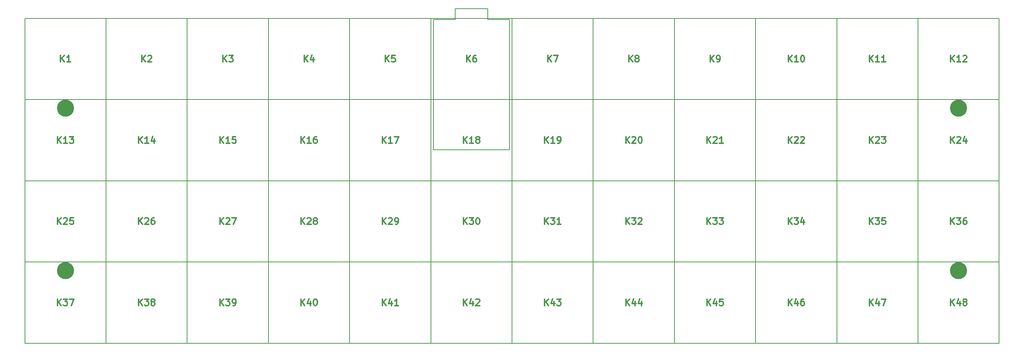
<source format=gto>
%TF.GenerationSoftware,KiCad,Pcbnew,6.0.3-a3aad9c10e~116~ubuntu21.10.1*%
%TF.CreationDate,2022-03-19T20:14:59+00:00*%
%TF.ProjectId,PCB,5043422e-6b69-4636-9164-5f7063625858,rev?*%
%TF.SameCoordinates,Original*%
%TF.FileFunction,Legend,Top*%
%TF.FilePolarity,Positive*%
%FSLAX46Y46*%
G04 Gerber Fmt 4.6, Leading zero omitted, Abs format (unit mm)*
G04 Created by KiCad (PCBNEW 6.0.3-a3aad9c10e~116~ubuntu21.10.1) date 2022-03-19 20:14:59*
%MOMM*%
%LPD*%
G01*
G04 APERTURE LIST*
%ADD10C,0.300000*%
%ADD11C,0.200000*%
%ADD12C,0.150000*%
%ADD13C,4.000000*%
G04 APERTURE END LIST*
D10*
%TO.C,K2*%
X63895142Y-71629428D02*
X63895142Y-70105428D01*
X64766000Y-71629428D02*
X64112857Y-70758571D01*
X64766000Y-70105428D02*
X63895142Y-70976285D01*
X65346571Y-70250571D02*
X65419142Y-70178000D01*
X65564285Y-70105428D01*
X65927142Y-70105428D01*
X66072285Y-70178000D01*
X66144857Y-70250571D01*
X66217428Y-70395714D01*
X66217428Y-70540857D01*
X66144857Y-70758571D01*
X65274000Y-71629428D01*
X66217428Y-71629428D01*
%TO.C,K40*%
X101169428Y-128629428D02*
X101169428Y-127105428D01*
X102040285Y-128629428D02*
X101387142Y-127758571D01*
X102040285Y-127105428D02*
X101169428Y-127976285D01*
X103346571Y-127613428D02*
X103346571Y-128629428D01*
X102983714Y-127032857D02*
X102620857Y-128121428D01*
X103564285Y-128121428D01*
X104435142Y-127105428D02*
X104580285Y-127105428D01*
X104725428Y-127178000D01*
X104798000Y-127250571D01*
X104870571Y-127395714D01*
X104943142Y-127686000D01*
X104943142Y-128048857D01*
X104870571Y-128339142D01*
X104798000Y-128484285D01*
X104725428Y-128556857D01*
X104580285Y-128629428D01*
X104435142Y-128629428D01*
X104290000Y-128556857D01*
X104217428Y-128484285D01*
X104144857Y-128339142D01*
X104072285Y-128048857D01*
X104072285Y-127686000D01*
X104144857Y-127395714D01*
X104217428Y-127250571D01*
X104290000Y-127178000D01*
X104435142Y-127105428D01*
%TO.C,K42*%
X139169428Y-128629428D02*
X139169428Y-127105428D01*
X140040285Y-128629428D02*
X139387142Y-127758571D01*
X140040285Y-127105428D02*
X139169428Y-127976285D01*
X141346571Y-127613428D02*
X141346571Y-128629428D01*
X140983714Y-127032857D02*
X140620857Y-128121428D01*
X141564285Y-128121428D01*
X142072285Y-127250571D02*
X142144857Y-127178000D01*
X142290000Y-127105428D01*
X142652857Y-127105428D01*
X142798000Y-127178000D01*
X142870571Y-127250571D01*
X142943142Y-127395714D01*
X142943142Y-127540857D01*
X142870571Y-127758571D01*
X141999714Y-128629428D01*
X142943142Y-128629428D01*
%TO.C,K35*%
X234169428Y-109629428D02*
X234169428Y-108105428D01*
X235040285Y-109629428D02*
X234387142Y-108758571D01*
X235040285Y-108105428D02*
X234169428Y-108976285D01*
X235548285Y-108105428D02*
X236491714Y-108105428D01*
X235983714Y-108686000D01*
X236201428Y-108686000D01*
X236346571Y-108758571D01*
X236419142Y-108831142D01*
X236491714Y-108976285D01*
X236491714Y-109339142D01*
X236419142Y-109484285D01*
X236346571Y-109556857D01*
X236201428Y-109629428D01*
X235766000Y-109629428D01*
X235620857Y-109556857D01*
X235548285Y-109484285D01*
X237870571Y-108105428D02*
X237144857Y-108105428D01*
X237072285Y-108831142D01*
X237144857Y-108758571D01*
X237290000Y-108686000D01*
X237652857Y-108686000D01*
X237798000Y-108758571D01*
X237870571Y-108831142D01*
X237943142Y-108976285D01*
X237943142Y-109339142D01*
X237870571Y-109484285D01*
X237798000Y-109556857D01*
X237652857Y-109629428D01*
X237290000Y-109629428D01*
X237144857Y-109556857D01*
X237072285Y-109484285D01*
%TO.C,K25*%
X44169428Y-109629428D02*
X44169428Y-108105428D01*
X45040285Y-109629428D02*
X44387142Y-108758571D01*
X45040285Y-108105428D02*
X44169428Y-108976285D01*
X45620857Y-108250571D02*
X45693428Y-108178000D01*
X45838571Y-108105428D01*
X46201428Y-108105428D01*
X46346571Y-108178000D01*
X46419142Y-108250571D01*
X46491714Y-108395714D01*
X46491714Y-108540857D01*
X46419142Y-108758571D01*
X45548285Y-109629428D01*
X46491714Y-109629428D01*
X47870571Y-108105428D02*
X47144857Y-108105428D01*
X47072285Y-108831142D01*
X47144857Y-108758571D01*
X47290000Y-108686000D01*
X47652857Y-108686000D01*
X47798000Y-108758571D01*
X47870571Y-108831142D01*
X47943142Y-108976285D01*
X47943142Y-109339142D01*
X47870571Y-109484285D01*
X47798000Y-109556857D01*
X47652857Y-109629428D01*
X47290000Y-109629428D01*
X47144857Y-109556857D01*
X47072285Y-109484285D01*
%TO.C,K32*%
X177169428Y-109629428D02*
X177169428Y-108105428D01*
X178040285Y-109629428D02*
X177387142Y-108758571D01*
X178040285Y-108105428D02*
X177169428Y-108976285D01*
X178548285Y-108105428D02*
X179491714Y-108105428D01*
X178983714Y-108686000D01*
X179201428Y-108686000D01*
X179346571Y-108758571D01*
X179419142Y-108831142D01*
X179491714Y-108976285D01*
X179491714Y-109339142D01*
X179419142Y-109484285D01*
X179346571Y-109556857D01*
X179201428Y-109629428D01*
X178766000Y-109629428D01*
X178620857Y-109556857D01*
X178548285Y-109484285D01*
X180072285Y-108250571D02*
X180144857Y-108178000D01*
X180290000Y-108105428D01*
X180652857Y-108105428D01*
X180798000Y-108178000D01*
X180870571Y-108250571D01*
X180943142Y-108395714D01*
X180943142Y-108540857D01*
X180870571Y-108758571D01*
X179999714Y-109629428D01*
X180943142Y-109629428D01*
%TO.C,K27*%
X82169428Y-109629428D02*
X82169428Y-108105428D01*
X83040285Y-109629428D02*
X82387142Y-108758571D01*
X83040285Y-108105428D02*
X82169428Y-108976285D01*
X83620857Y-108250571D02*
X83693428Y-108178000D01*
X83838571Y-108105428D01*
X84201428Y-108105428D01*
X84346571Y-108178000D01*
X84419142Y-108250571D01*
X84491714Y-108395714D01*
X84491714Y-108540857D01*
X84419142Y-108758571D01*
X83548285Y-109629428D01*
X84491714Y-109629428D01*
X84999714Y-108105428D02*
X86015714Y-108105428D01*
X85362571Y-109629428D01*
%TO.C,K12*%
X253169428Y-71629428D02*
X253169428Y-70105428D01*
X254040285Y-71629428D02*
X253387142Y-70758571D01*
X254040285Y-70105428D02*
X253169428Y-70976285D01*
X255491714Y-71629428D02*
X254620857Y-71629428D01*
X255056285Y-71629428D02*
X255056285Y-70105428D01*
X254911142Y-70323142D01*
X254766000Y-70468285D01*
X254620857Y-70540857D01*
X256072285Y-70250571D02*
X256144857Y-70178000D01*
X256290000Y-70105428D01*
X256652857Y-70105428D01*
X256798000Y-70178000D01*
X256870571Y-70250571D01*
X256943142Y-70395714D01*
X256943142Y-70540857D01*
X256870571Y-70758571D01*
X255999714Y-71629428D01*
X256943142Y-71629428D01*
%TO.C,K5*%
X120895142Y-71629428D02*
X120895142Y-70105428D01*
X121766000Y-71629428D02*
X121112857Y-70758571D01*
X121766000Y-70105428D02*
X120895142Y-70976285D01*
X123144857Y-70105428D02*
X122419142Y-70105428D01*
X122346571Y-70831142D01*
X122419142Y-70758571D01*
X122564285Y-70686000D01*
X122927142Y-70686000D01*
X123072285Y-70758571D01*
X123144857Y-70831142D01*
X123217428Y-70976285D01*
X123217428Y-71339142D01*
X123144857Y-71484285D01*
X123072285Y-71556857D01*
X122927142Y-71629428D01*
X122564285Y-71629428D01*
X122419142Y-71556857D01*
X122346571Y-71484285D01*
%TO.C,K7*%
X158895142Y-71629428D02*
X158895142Y-70105428D01*
X159766000Y-71629428D02*
X159112857Y-70758571D01*
X159766000Y-70105428D02*
X158895142Y-70976285D01*
X160274000Y-70105428D02*
X161290000Y-70105428D01*
X160636857Y-71629428D01*
%TO.C,K17*%
X120169428Y-90629428D02*
X120169428Y-89105428D01*
X121040285Y-90629428D02*
X120387142Y-89758571D01*
X121040285Y-89105428D02*
X120169428Y-89976285D01*
X122491714Y-90629428D02*
X121620857Y-90629428D01*
X122056285Y-90629428D02*
X122056285Y-89105428D01*
X121911142Y-89323142D01*
X121766000Y-89468285D01*
X121620857Y-89540857D01*
X122999714Y-89105428D02*
X124015714Y-89105428D01*
X123362571Y-90629428D01*
%TO.C,K19*%
X158169428Y-90629428D02*
X158169428Y-89105428D01*
X159040285Y-90629428D02*
X158387142Y-89758571D01*
X159040285Y-89105428D02*
X158169428Y-89976285D01*
X160491714Y-90629428D02*
X159620857Y-90629428D01*
X160056285Y-90629428D02*
X160056285Y-89105428D01*
X159911142Y-89323142D01*
X159766000Y-89468285D01*
X159620857Y-89540857D01*
X161217428Y-90629428D02*
X161507714Y-90629428D01*
X161652857Y-90556857D01*
X161725428Y-90484285D01*
X161870571Y-90266571D01*
X161943142Y-89976285D01*
X161943142Y-89395714D01*
X161870571Y-89250571D01*
X161798000Y-89178000D01*
X161652857Y-89105428D01*
X161362571Y-89105428D01*
X161217428Y-89178000D01*
X161144857Y-89250571D01*
X161072285Y-89395714D01*
X161072285Y-89758571D01*
X161144857Y-89903714D01*
X161217428Y-89976285D01*
X161362571Y-90048857D01*
X161652857Y-90048857D01*
X161798000Y-89976285D01*
X161870571Y-89903714D01*
X161943142Y-89758571D01*
%TO.C,K4*%
X101895142Y-71629428D02*
X101895142Y-70105428D01*
X102766000Y-71629428D02*
X102112857Y-70758571D01*
X102766000Y-70105428D02*
X101895142Y-70976285D01*
X104072285Y-70613428D02*
X104072285Y-71629428D01*
X103709428Y-70032857D02*
X103346571Y-71121428D01*
X104290000Y-71121428D01*
%TO.C,K23*%
X234169428Y-90629428D02*
X234169428Y-89105428D01*
X235040285Y-90629428D02*
X234387142Y-89758571D01*
X235040285Y-89105428D02*
X234169428Y-89976285D01*
X235620857Y-89250571D02*
X235693428Y-89178000D01*
X235838571Y-89105428D01*
X236201428Y-89105428D01*
X236346571Y-89178000D01*
X236419142Y-89250571D01*
X236491714Y-89395714D01*
X236491714Y-89540857D01*
X236419142Y-89758571D01*
X235548285Y-90629428D01*
X236491714Y-90629428D01*
X236999714Y-89105428D02*
X237943142Y-89105428D01*
X237435142Y-89686000D01*
X237652857Y-89686000D01*
X237798000Y-89758571D01*
X237870571Y-89831142D01*
X237943142Y-89976285D01*
X237943142Y-90339142D01*
X237870571Y-90484285D01*
X237798000Y-90556857D01*
X237652857Y-90629428D01*
X237217428Y-90629428D01*
X237072285Y-90556857D01*
X236999714Y-90484285D01*
%TO.C,K43*%
X158169428Y-128629428D02*
X158169428Y-127105428D01*
X159040285Y-128629428D02*
X158387142Y-127758571D01*
X159040285Y-127105428D02*
X158169428Y-127976285D01*
X160346571Y-127613428D02*
X160346571Y-128629428D01*
X159983714Y-127032857D02*
X159620857Y-128121428D01*
X160564285Y-128121428D01*
X160999714Y-127105428D02*
X161943142Y-127105428D01*
X161435142Y-127686000D01*
X161652857Y-127686000D01*
X161798000Y-127758571D01*
X161870571Y-127831142D01*
X161943142Y-127976285D01*
X161943142Y-128339142D01*
X161870571Y-128484285D01*
X161798000Y-128556857D01*
X161652857Y-128629428D01*
X161217428Y-128629428D01*
X161072285Y-128556857D01*
X160999714Y-128484285D01*
%TO.C,K10*%
X215169428Y-71629428D02*
X215169428Y-70105428D01*
X216040285Y-71629428D02*
X215387142Y-70758571D01*
X216040285Y-70105428D02*
X215169428Y-70976285D01*
X217491714Y-71629428D02*
X216620857Y-71629428D01*
X217056285Y-71629428D02*
X217056285Y-70105428D01*
X216911142Y-70323142D01*
X216766000Y-70468285D01*
X216620857Y-70540857D01*
X218435142Y-70105428D02*
X218580285Y-70105428D01*
X218725428Y-70178000D01*
X218798000Y-70250571D01*
X218870571Y-70395714D01*
X218943142Y-70686000D01*
X218943142Y-71048857D01*
X218870571Y-71339142D01*
X218798000Y-71484285D01*
X218725428Y-71556857D01*
X218580285Y-71629428D01*
X218435142Y-71629428D01*
X218290000Y-71556857D01*
X218217428Y-71484285D01*
X218144857Y-71339142D01*
X218072285Y-71048857D01*
X218072285Y-70686000D01*
X218144857Y-70395714D01*
X218217428Y-70250571D01*
X218290000Y-70178000D01*
X218435142Y-70105428D01*
%TO.C,K1*%
X44895142Y-71629428D02*
X44895142Y-70105428D01*
X45766000Y-71629428D02*
X45112857Y-70758571D01*
X45766000Y-70105428D02*
X44895142Y-70976285D01*
X47217428Y-71629428D02*
X46346571Y-71629428D01*
X46782000Y-71629428D02*
X46782000Y-70105428D01*
X46636857Y-70323142D01*
X46491714Y-70468285D01*
X46346571Y-70540857D01*
%TO.C,K44*%
X177169428Y-128629428D02*
X177169428Y-127105428D01*
X178040285Y-128629428D02*
X177387142Y-127758571D01*
X178040285Y-127105428D02*
X177169428Y-127976285D01*
X179346571Y-127613428D02*
X179346571Y-128629428D01*
X178983714Y-127032857D02*
X178620857Y-128121428D01*
X179564285Y-128121428D01*
X180798000Y-127613428D02*
X180798000Y-128629428D01*
X180435142Y-127032857D02*
X180072285Y-128121428D01*
X181015714Y-128121428D01*
%TO.C,K18*%
X139169428Y-90629428D02*
X139169428Y-89105428D01*
X140040285Y-90629428D02*
X139387142Y-89758571D01*
X140040285Y-89105428D02*
X139169428Y-89976285D01*
X141491714Y-90629428D02*
X140620857Y-90629428D01*
X141056285Y-90629428D02*
X141056285Y-89105428D01*
X140911142Y-89323142D01*
X140766000Y-89468285D01*
X140620857Y-89540857D01*
X142362571Y-89758571D02*
X142217428Y-89686000D01*
X142144857Y-89613428D01*
X142072285Y-89468285D01*
X142072285Y-89395714D01*
X142144857Y-89250571D01*
X142217428Y-89178000D01*
X142362571Y-89105428D01*
X142652857Y-89105428D01*
X142798000Y-89178000D01*
X142870571Y-89250571D01*
X142943142Y-89395714D01*
X142943142Y-89468285D01*
X142870571Y-89613428D01*
X142798000Y-89686000D01*
X142652857Y-89758571D01*
X142362571Y-89758571D01*
X142217428Y-89831142D01*
X142144857Y-89903714D01*
X142072285Y-90048857D01*
X142072285Y-90339142D01*
X142144857Y-90484285D01*
X142217428Y-90556857D01*
X142362571Y-90629428D01*
X142652857Y-90629428D01*
X142798000Y-90556857D01*
X142870571Y-90484285D01*
X142943142Y-90339142D01*
X142943142Y-90048857D01*
X142870571Y-89903714D01*
X142798000Y-89831142D01*
X142652857Y-89758571D01*
%TO.C,K24*%
X253169428Y-90629428D02*
X253169428Y-89105428D01*
X254040285Y-90629428D02*
X253387142Y-89758571D01*
X254040285Y-89105428D02*
X253169428Y-89976285D01*
X254620857Y-89250571D02*
X254693428Y-89178000D01*
X254838571Y-89105428D01*
X255201428Y-89105428D01*
X255346571Y-89178000D01*
X255419142Y-89250571D01*
X255491714Y-89395714D01*
X255491714Y-89540857D01*
X255419142Y-89758571D01*
X254548285Y-90629428D01*
X255491714Y-90629428D01*
X256798000Y-89613428D02*
X256798000Y-90629428D01*
X256435142Y-89032857D02*
X256072285Y-90121428D01*
X257015714Y-90121428D01*
%TO.C,K22*%
X215169428Y-90629428D02*
X215169428Y-89105428D01*
X216040285Y-90629428D02*
X215387142Y-89758571D01*
X216040285Y-89105428D02*
X215169428Y-89976285D01*
X216620857Y-89250571D02*
X216693428Y-89178000D01*
X216838571Y-89105428D01*
X217201428Y-89105428D01*
X217346571Y-89178000D01*
X217419142Y-89250571D01*
X217491714Y-89395714D01*
X217491714Y-89540857D01*
X217419142Y-89758571D01*
X216548285Y-90629428D01*
X217491714Y-90629428D01*
X218072285Y-89250571D02*
X218144857Y-89178000D01*
X218290000Y-89105428D01*
X218652857Y-89105428D01*
X218798000Y-89178000D01*
X218870571Y-89250571D01*
X218943142Y-89395714D01*
X218943142Y-89540857D01*
X218870571Y-89758571D01*
X217999714Y-90629428D01*
X218943142Y-90629428D01*
%TO.C,K46*%
X215169428Y-128629428D02*
X215169428Y-127105428D01*
X216040285Y-128629428D02*
X215387142Y-127758571D01*
X216040285Y-127105428D02*
X215169428Y-127976285D01*
X217346571Y-127613428D02*
X217346571Y-128629428D01*
X216983714Y-127032857D02*
X216620857Y-128121428D01*
X217564285Y-128121428D01*
X218798000Y-127105428D02*
X218507714Y-127105428D01*
X218362571Y-127178000D01*
X218290000Y-127250571D01*
X218144857Y-127468285D01*
X218072285Y-127758571D01*
X218072285Y-128339142D01*
X218144857Y-128484285D01*
X218217428Y-128556857D01*
X218362571Y-128629428D01*
X218652857Y-128629428D01*
X218798000Y-128556857D01*
X218870571Y-128484285D01*
X218943142Y-128339142D01*
X218943142Y-127976285D01*
X218870571Y-127831142D01*
X218798000Y-127758571D01*
X218652857Y-127686000D01*
X218362571Y-127686000D01*
X218217428Y-127758571D01*
X218144857Y-127831142D01*
X218072285Y-127976285D01*
%TO.C,K28*%
X101169428Y-109629428D02*
X101169428Y-108105428D01*
X102040285Y-109629428D02*
X101387142Y-108758571D01*
X102040285Y-108105428D02*
X101169428Y-108976285D01*
X102620857Y-108250571D02*
X102693428Y-108178000D01*
X102838571Y-108105428D01*
X103201428Y-108105428D01*
X103346571Y-108178000D01*
X103419142Y-108250571D01*
X103491714Y-108395714D01*
X103491714Y-108540857D01*
X103419142Y-108758571D01*
X102548285Y-109629428D01*
X103491714Y-109629428D01*
X104362571Y-108758571D02*
X104217428Y-108686000D01*
X104144857Y-108613428D01*
X104072285Y-108468285D01*
X104072285Y-108395714D01*
X104144857Y-108250571D01*
X104217428Y-108178000D01*
X104362571Y-108105428D01*
X104652857Y-108105428D01*
X104798000Y-108178000D01*
X104870571Y-108250571D01*
X104943142Y-108395714D01*
X104943142Y-108468285D01*
X104870571Y-108613428D01*
X104798000Y-108686000D01*
X104652857Y-108758571D01*
X104362571Y-108758571D01*
X104217428Y-108831142D01*
X104144857Y-108903714D01*
X104072285Y-109048857D01*
X104072285Y-109339142D01*
X104144857Y-109484285D01*
X104217428Y-109556857D01*
X104362571Y-109629428D01*
X104652857Y-109629428D01*
X104798000Y-109556857D01*
X104870571Y-109484285D01*
X104943142Y-109339142D01*
X104943142Y-109048857D01*
X104870571Y-108903714D01*
X104798000Y-108831142D01*
X104652857Y-108758571D01*
%TO.C,K3*%
X82895142Y-71629428D02*
X82895142Y-70105428D01*
X83766000Y-71629428D02*
X83112857Y-70758571D01*
X83766000Y-70105428D02*
X82895142Y-70976285D01*
X84274000Y-70105428D02*
X85217428Y-70105428D01*
X84709428Y-70686000D01*
X84927142Y-70686000D01*
X85072285Y-70758571D01*
X85144857Y-70831142D01*
X85217428Y-70976285D01*
X85217428Y-71339142D01*
X85144857Y-71484285D01*
X85072285Y-71556857D01*
X84927142Y-71629428D01*
X84491714Y-71629428D01*
X84346571Y-71556857D01*
X84274000Y-71484285D01*
%TO.C,K9*%
X196895142Y-71629428D02*
X196895142Y-70105428D01*
X197766000Y-71629428D02*
X197112857Y-70758571D01*
X197766000Y-70105428D02*
X196895142Y-70976285D01*
X198491714Y-71629428D02*
X198782000Y-71629428D01*
X198927142Y-71556857D01*
X198999714Y-71484285D01*
X199144857Y-71266571D01*
X199217428Y-70976285D01*
X199217428Y-70395714D01*
X199144857Y-70250571D01*
X199072285Y-70178000D01*
X198927142Y-70105428D01*
X198636857Y-70105428D01*
X198491714Y-70178000D01*
X198419142Y-70250571D01*
X198346571Y-70395714D01*
X198346571Y-70758571D01*
X198419142Y-70903714D01*
X198491714Y-70976285D01*
X198636857Y-71048857D01*
X198927142Y-71048857D01*
X199072285Y-70976285D01*
X199144857Y-70903714D01*
X199217428Y-70758571D01*
%TO.C,K8*%
X177895142Y-71629428D02*
X177895142Y-70105428D01*
X178766000Y-71629428D02*
X178112857Y-70758571D01*
X178766000Y-70105428D02*
X177895142Y-70976285D01*
X179636857Y-70758571D02*
X179491714Y-70686000D01*
X179419142Y-70613428D01*
X179346571Y-70468285D01*
X179346571Y-70395714D01*
X179419142Y-70250571D01*
X179491714Y-70178000D01*
X179636857Y-70105428D01*
X179927142Y-70105428D01*
X180072285Y-70178000D01*
X180144857Y-70250571D01*
X180217428Y-70395714D01*
X180217428Y-70468285D01*
X180144857Y-70613428D01*
X180072285Y-70686000D01*
X179927142Y-70758571D01*
X179636857Y-70758571D01*
X179491714Y-70831142D01*
X179419142Y-70903714D01*
X179346571Y-71048857D01*
X179346571Y-71339142D01*
X179419142Y-71484285D01*
X179491714Y-71556857D01*
X179636857Y-71629428D01*
X179927142Y-71629428D01*
X180072285Y-71556857D01*
X180144857Y-71484285D01*
X180217428Y-71339142D01*
X180217428Y-71048857D01*
X180144857Y-70903714D01*
X180072285Y-70831142D01*
X179927142Y-70758571D01*
%TO.C,K21*%
X196169428Y-90629428D02*
X196169428Y-89105428D01*
X197040285Y-90629428D02*
X196387142Y-89758571D01*
X197040285Y-89105428D02*
X196169428Y-89976285D01*
X197620857Y-89250571D02*
X197693428Y-89178000D01*
X197838571Y-89105428D01*
X198201428Y-89105428D01*
X198346571Y-89178000D01*
X198419142Y-89250571D01*
X198491714Y-89395714D01*
X198491714Y-89540857D01*
X198419142Y-89758571D01*
X197548285Y-90629428D01*
X198491714Y-90629428D01*
X199943142Y-90629428D02*
X199072285Y-90629428D01*
X199507714Y-90629428D02*
X199507714Y-89105428D01*
X199362571Y-89323142D01*
X199217428Y-89468285D01*
X199072285Y-89540857D01*
%TO.C,K29*%
X120169428Y-109629428D02*
X120169428Y-108105428D01*
X121040285Y-109629428D02*
X120387142Y-108758571D01*
X121040285Y-108105428D02*
X120169428Y-108976285D01*
X121620857Y-108250571D02*
X121693428Y-108178000D01*
X121838571Y-108105428D01*
X122201428Y-108105428D01*
X122346571Y-108178000D01*
X122419142Y-108250571D01*
X122491714Y-108395714D01*
X122491714Y-108540857D01*
X122419142Y-108758571D01*
X121548285Y-109629428D01*
X122491714Y-109629428D01*
X123217428Y-109629428D02*
X123507714Y-109629428D01*
X123652857Y-109556857D01*
X123725428Y-109484285D01*
X123870571Y-109266571D01*
X123943142Y-108976285D01*
X123943142Y-108395714D01*
X123870571Y-108250571D01*
X123798000Y-108178000D01*
X123652857Y-108105428D01*
X123362571Y-108105428D01*
X123217428Y-108178000D01*
X123144857Y-108250571D01*
X123072285Y-108395714D01*
X123072285Y-108758571D01*
X123144857Y-108903714D01*
X123217428Y-108976285D01*
X123362571Y-109048857D01*
X123652857Y-109048857D01*
X123798000Y-108976285D01*
X123870571Y-108903714D01*
X123943142Y-108758571D01*
%TO.C,K14*%
X63169428Y-90629428D02*
X63169428Y-89105428D01*
X64040285Y-90629428D02*
X63387142Y-89758571D01*
X64040285Y-89105428D02*
X63169428Y-89976285D01*
X65491714Y-90629428D02*
X64620857Y-90629428D01*
X65056285Y-90629428D02*
X65056285Y-89105428D01*
X64911142Y-89323142D01*
X64766000Y-89468285D01*
X64620857Y-89540857D01*
X66798000Y-89613428D02*
X66798000Y-90629428D01*
X66435142Y-89032857D02*
X66072285Y-90121428D01*
X67015714Y-90121428D01*
%TO.C,K39*%
X82169428Y-128629428D02*
X82169428Y-127105428D01*
X83040285Y-128629428D02*
X82387142Y-127758571D01*
X83040285Y-127105428D02*
X82169428Y-127976285D01*
X83548285Y-127105428D02*
X84491714Y-127105428D01*
X83983714Y-127686000D01*
X84201428Y-127686000D01*
X84346571Y-127758571D01*
X84419142Y-127831142D01*
X84491714Y-127976285D01*
X84491714Y-128339142D01*
X84419142Y-128484285D01*
X84346571Y-128556857D01*
X84201428Y-128629428D01*
X83766000Y-128629428D01*
X83620857Y-128556857D01*
X83548285Y-128484285D01*
X85217428Y-128629428D02*
X85507714Y-128629428D01*
X85652857Y-128556857D01*
X85725428Y-128484285D01*
X85870571Y-128266571D01*
X85943142Y-127976285D01*
X85943142Y-127395714D01*
X85870571Y-127250571D01*
X85798000Y-127178000D01*
X85652857Y-127105428D01*
X85362571Y-127105428D01*
X85217428Y-127178000D01*
X85144857Y-127250571D01*
X85072285Y-127395714D01*
X85072285Y-127758571D01*
X85144857Y-127903714D01*
X85217428Y-127976285D01*
X85362571Y-128048857D01*
X85652857Y-128048857D01*
X85798000Y-127976285D01*
X85870571Y-127903714D01*
X85943142Y-127758571D01*
%TO.C,K6*%
X139895142Y-71629428D02*
X139895142Y-70105428D01*
X140766000Y-71629428D02*
X140112857Y-70758571D01*
X140766000Y-70105428D02*
X139895142Y-70976285D01*
X142072285Y-70105428D02*
X141782000Y-70105428D01*
X141636857Y-70178000D01*
X141564285Y-70250571D01*
X141419142Y-70468285D01*
X141346571Y-70758571D01*
X141346571Y-71339142D01*
X141419142Y-71484285D01*
X141491714Y-71556857D01*
X141636857Y-71629428D01*
X141927142Y-71629428D01*
X142072285Y-71556857D01*
X142144857Y-71484285D01*
X142217428Y-71339142D01*
X142217428Y-70976285D01*
X142144857Y-70831142D01*
X142072285Y-70758571D01*
X141927142Y-70686000D01*
X141636857Y-70686000D01*
X141491714Y-70758571D01*
X141419142Y-70831142D01*
X141346571Y-70976285D01*
%TO.C,K45*%
X196169428Y-128629428D02*
X196169428Y-127105428D01*
X197040285Y-128629428D02*
X196387142Y-127758571D01*
X197040285Y-127105428D02*
X196169428Y-127976285D01*
X198346571Y-127613428D02*
X198346571Y-128629428D01*
X197983714Y-127032857D02*
X197620857Y-128121428D01*
X198564285Y-128121428D01*
X199870571Y-127105428D02*
X199144857Y-127105428D01*
X199072285Y-127831142D01*
X199144857Y-127758571D01*
X199290000Y-127686000D01*
X199652857Y-127686000D01*
X199798000Y-127758571D01*
X199870571Y-127831142D01*
X199943142Y-127976285D01*
X199943142Y-128339142D01*
X199870571Y-128484285D01*
X199798000Y-128556857D01*
X199652857Y-128629428D01*
X199290000Y-128629428D01*
X199144857Y-128556857D01*
X199072285Y-128484285D01*
%TO.C,K31*%
X158169428Y-109629428D02*
X158169428Y-108105428D01*
X159040285Y-109629428D02*
X158387142Y-108758571D01*
X159040285Y-108105428D02*
X158169428Y-108976285D01*
X159548285Y-108105428D02*
X160491714Y-108105428D01*
X159983714Y-108686000D01*
X160201428Y-108686000D01*
X160346571Y-108758571D01*
X160419142Y-108831142D01*
X160491714Y-108976285D01*
X160491714Y-109339142D01*
X160419142Y-109484285D01*
X160346571Y-109556857D01*
X160201428Y-109629428D01*
X159766000Y-109629428D01*
X159620857Y-109556857D01*
X159548285Y-109484285D01*
X161943142Y-109629428D02*
X161072285Y-109629428D01*
X161507714Y-109629428D02*
X161507714Y-108105428D01*
X161362571Y-108323142D01*
X161217428Y-108468285D01*
X161072285Y-108540857D01*
%TO.C,K26*%
X63169428Y-109629428D02*
X63169428Y-108105428D01*
X64040285Y-109629428D02*
X63387142Y-108758571D01*
X64040285Y-108105428D02*
X63169428Y-108976285D01*
X64620857Y-108250571D02*
X64693428Y-108178000D01*
X64838571Y-108105428D01*
X65201428Y-108105428D01*
X65346571Y-108178000D01*
X65419142Y-108250571D01*
X65491714Y-108395714D01*
X65491714Y-108540857D01*
X65419142Y-108758571D01*
X64548285Y-109629428D01*
X65491714Y-109629428D01*
X66798000Y-108105428D02*
X66507714Y-108105428D01*
X66362571Y-108178000D01*
X66290000Y-108250571D01*
X66144857Y-108468285D01*
X66072285Y-108758571D01*
X66072285Y-109339142D01*
X66144857Y-109484285D01*
X66217428Y-109556857D01*
X66362571Y-109629428D01*
X66652857Y-109629428D01*
X66798000Y-109556857D01*
X66870571Y-109484285D01*
X66943142Y-109339142D01*
X66943142Y-108976285D01*
X66870571Y-108831142D01*
X66798000Y-108758571D01*
X66652857Y-108686000D01*
X66362571Y-108686000D01*
X66217428Y-108758571D01*
X66144857Y-108831142D01*
X66072285Y-108976285D01*
%TO.C,K15*%
X82169428Y-90629428D02*
X82169428Y-89105428D01*
X83040285Y-90629428D02*
X82387142Y-89758571D01*
X83040285Y-89105428D02*
X82169428Y-89976285D01*
X84491714Y-90629428D02*
X83620857Y-90629428D01*
X84056285Y-90629428D02*
X84056285Y-89105428D01*
X83911142Y-89323142D01*
X83766000Y-89468285D01*
X83620857Y-89540857D01*
X85870571Y-89105428D02*
X85144857Y-89105428D01*
X85072285Y-89831142D01*
X85144857Y-89758571D01*
X85290000Y-89686000D01*
X85652857Y-89686000D01*
X85798000Y-89758571D01*
X85870571Y-89831142D01*
X85943142Y-89976285D01*
X85943142Y-90339142D01*
X85870571Y-90484285D01*
X85798000Y-90556857D01*
X85652857Y-90629428D01*
X85290000Y-90629428D01*
X85144857Y-90556857D01*
X85072285Y-90484285D01*
%TO.C,K36*%
X253169428Y-109629428D02*
X253169428Y-108105428D01*
X254040285Y-109629428D02*
X253387142Y-108758571D01*
X254040285Y-108105428D02*
X253169428Y-108976285D01*
X254548285Y-108105428D02*
X255491714Y-108105428D01*
X254983714Y-108686000D01*
X255201428Y-108686000D01*
X255346571Y-108758571D01*
X255419142Y-108831142D01*
X255491714Y-108976285D01*
X255491714Y-109339142D01*
X255419142Y-109484285D01*
X255346571Y-109556857D01*
X255201428Y-109629428D01*
X254766000Y-109629428D01*
X254620857Y-109556857D01*
X254548285Y-109484285D01*
X256798000Y-108105428D02*
X256507714Y-108105428D01*
X256362571Y-108178000D01*
X256290000Y-108250571D01*
X256144857Y-108468285D01*
X256072285Y-108758571D01*
X256072285Y-109339142D01*
X256144857Y-109484285D01*
X256217428Y-109556857D01*
X256362571Y-109629428D01*
X256652857Y-109629428D01*
X256798000Y-109556857D01*
X256870571Y-109484285D01*
X256943142Y-109339142D01*
X256943142Y-108976285D01*
X256870571Y-108831142D01*
X256798000Y-108758571D01*
X256652857Y-108686000D01*
X256362571Y-108686000D01*
X256217428Y-108758571D01*
X256144857Y-108831142D01*
X256072285Y-108976285D01*
%TO.C,K30*%
X139169428Y-109629428D02*
X139169428Y-108105428D01*
X140040285Y-109629428D02*
X139387142Y-108758571D01*
X140040285Y-108105428D02*
X139169428Y-108976285D01*
X140548285Y-108105428D02*
X141491714Y-108105428D01*
X140983714Y-108686000D01*
X141201428Y-108686000D01*
X141346571Y-108758571D01*
X141419142Y-108831142D01*
X141491714Y-108976285D01*
X141491714Y-109339142D01*
X141419142Y-109484285D01*
X141346571Y-109556857D01*
X141201428Y-109629428D01*
X140766000Y-109629428D01*
X140620857Y-109556857D01*
X140548285Y-109484285D01*
X142435142Y-108105428D02*
X142580285Y-108105428D01*
X142725428Y-108178000D01*
X142798000Y-108250571D01*
X142870571Y-108395714D01*
X142943142Y-108686000D01*
X142943142Y-109048857D01*
X142870571Y-109339142D01*
X142798000Y-109484285D01*
X142725428Y-109556857D01*
X142580285Y-109629428D01*
X142435142Y-109629428D01*
X142290000Y-109556857D01*
X142217428Y-109484285D01*
X142144857Y-109339142D01*
X142072285Y-109048857D01*
X142072285Y-108686000D01*
X142144857Y-108395714D01*
X142217428Y-108250571D01*
X142290000Y-108178000D01*
X142435142Y-108105428D01*
%TO.C,K34*%
X215169428Y-109629428D02*
X215169428Y-108105428D01*
X216040285Y-109629428D02*
X215387142Y-108758571D01*
X216040285Y-108105428D02*
X215169428Y-108976285D01*
X216548285Y-108105428D02*
X217491714Y-108105428D01*
X216983714Y-108686000D01*
X217201428Y-108686000D01*
X217346571Y-108758571D01*
X217419142Y-108831142D01*
X217491714Y-108976285D01*
X217491714Y-109339142D01*
X217419142Y-109484285D01*
X217346571Y-109556857D01*
X217201428Y-109629428D01*
X216766000Y-109629428D01*
X216620857Y-109556857D01*
X216548285Y-109484285D01*
X218798000Y-108613428D02*
X218798000Y-109629428D01*
X218435142Y-108032857D02*
X218072285Y-109121428D01*
X219015714Y-109121428D01*
%TO.C,K48*%
X253169428Y-128629428D02*
X253169428Y-127105428D01*
X254040285Y-128629428D02*
X253387142Y-127758571D01*
X254040285Y-127105428D02*
X253169428Y-127976285D01*
X255346571Y-127613428D02*
X255346571Y-128629428D01*
X254983714Y-127032857D02*
X254620857Y-128121428D01*
X255564285Y-128121428D01*
X256362571Y-127758571D02*
X256217428Y-127686000D01*
X256144857Y-127613428D01*
X256072285Y-127468285D01*
X256072285Y-127395714D01*
X256144857Y-127250571D01*
X256217428Y-127178000D01*
X256362571Y-127105428D01*
X256652857Y-127105428D01*
X256798000Y-127178000D01*
X256870571Y-127250571D01*
X256943142Y-127395714D01*
X256943142Y-127468285D01*
X256870571Y-127613428D01*
X256798000Y-127686000D01*
X256652857Y-127758571D01*
X256362571Y-127758571D01*
X256217428Y-127831142D01*
X256144857Y-127903714D01*
X256072285Y-128048857D01*
X256072285Y-128339142D01*
X256144857Y-128484285D01*
X256217428Y-128556857D01*
X256362571Y-128629428D01*
X256652857Y-128629428D01*
X256798000Y-128556857D01*
X256870571Y-128484285D01*
X256943142Y-128339142D01*
X256943142Y-128048857D01*
X256870571Y-127903714D01*
X256798000Y-127831142D01*
X256652857Y-127758571D01*
%TO.C,K11*%
X234169428Y-71629428D02*
X234169428Y-70105428D01*
X235040285Y-71629428D02*
X234387142Y-70758571D01*
X235040285Y-70105428D02*
X234169428Y-70976285D01*
X236491714Y-71629428D02*
X235620857Y-71629428D01*
X236056285Y-71629428D02*
X236056285Y-70105428D01*
X235911142Y-70323142D01*
X235766000Y-70468285D01*
X235620857Y-70540857D01*
X237943142Y-71629428D02*
X237072285Y-71629428D01*
X237507714Y-71629428D02*
X237507714Y-70105428D01*
X237362571Y-70323142D01*
X237217428Y-70468285D01*
X237072285Y-70540857D01*
%TO.C,K20*%
X177169428Y-90629428D02*
X177169428Y-89105428D01*
X178040285Y-90629428D02*
X177387142Y-89758571D01*
X178040285Y-89105428D02*
X177169428Y-89976285D01*
X178620857Y-89250571D02*
X178693428Y-89178000D01*
X178838571Y-89105428D01*
X179201428Y-89105428D01*
X179346571Y-89178000D01*
X179419142Y-89250571D01*
X179491714Y-89395714D01*
X179491714Y-89540857D01*
X179419142Y-89758571D01*
X178548285Y-90629428D01*
X179491714Y-90629428D01*
X180435142Y-89105428D02*
X180580285Y-89105428D01*
X180725428Y-89178000D01*
X180798000Y-89250571D01*
X180870571Y-89395714D01*
X180943142Y-89686000D01*
X180943142Y-90048857D01*
X180870571Y-90339142D01*
X180798000Y-90484285D01*
X180725428Y-90556857D01*
X180580285Y-90629428D01*
X180435142Y-90629428D01*
X180290000Y-90556857D01*
X180217428Y-90484285D01*
X180144857Y-90339142D01*
X180072285Y-90048857D01*
X180072285Y-89686000D01*
X180144857Y-89395714D01*
X180217428Y-89250571D01*
X180290000Y-89178000D01*
X180435142Y-89105428D01*
%TO.C,K33*%
X196169428Y-109629428D02*
X196169428Y-108105428D01*
X197040285Y-109629428D02*
X196387142Y-108758571D01*
X197040285Y-108105428D02*
X196169428Y-108976285D01*
X197548285Y-108105428D02*
X198491714Y-108105428D01*
X197983714Y-108686000D01*
X198201428Y-108686000D01*
X198346571Y-108758571D01*
X198419142Y-108831142D01*
X198491714Y-108976285D01*
X198491714Y-109339142D01*
X198419142Y-109484285D01*
X198346571Y-109556857D01*
X198201428Y-109629428D01*
X197766000Y-109629428D01*
X197620857Y-109556857D01*
X197548285Y-109484285D01*
X198999714Y-108105428D02*
X199943142Y-108105428D01*
X199435142Y-108686000D01*
X199652857Y-108686000D01*
X199798000Y-108758571D01*
X199870571Y-108831142D01*
X199943142Y-108976285D01*
X199943142Y-109339142D01*
X199870571Y-109484285D01*
X199798000Y-109556857D01*
X199652857Y-109629428D01*
X199217428Y-109629428D01*
X199072285Y-109556857D01*
X198999714Y-109484285D01*
%TO.C,K41*%
X120169428Y-128629428D02*
X120169428Y-127105428D01*
X121040285Y-128629428D02*
X120387142Y-127758571D01*
X121040285Y-127105428D02*
X120169428Y-127976285D01*
X122346571Y-127613428D02*
X122346571Y-128629428D01*
X121983714Y-127032857D02*
X121620857Y-128121428D01*
X122564285Y-128121428D01*
X123943142Y-128629428D02*
X123072285Y-128629428D01*
X123507714Y-128629428D02*
X123507714Y-127105428D01*
X123362571Y-127323142D01*
X123217428Y-127468285D01*
X123072285Y-127540857D01*
%TO.C,K47*%
X234169428Y-128629428D02*
X234169428Y-127105428D01*
X235040285Y-128629428D02*
X234387142Y-127758571D01*
X235040285Y-127105428D02*
X234169428Y-127976285D01*
X236346571Y-127613428D02*
X236346571Y-128629428D01*
X235983714Y-127032857D02*
X235620857Y-128121428D01*
X236564285Y-128121428D01*
X236999714Y-127105428D02*
X238015714Y-127105428D01*
X237362571Y-128629428D01*
%TO.C,K37*%
X44169428Y-128629428D02*
X44169428Y-127105428D01*
X45040285Y-128629428D02*
X44387142Y-127758571D01*
X45040285Y-127105428D02*
X44169428Y-127976285D01*
X45548285Y-127105428D02*
X46491714Y-127105428D01*
X45983714Y-127686000D01*
X46201428Y-127686000D01*
X46346571Y-127758571D01*
X46419142Y-127831142D01*
X46491714Y-127976285D01*
X46491714Y-128339142D01*
X46419142Y-128484285D01*
X46346571Y-128556857D01*
X46201428Y-128629428D01*
X45766000Y-128629428D01*
X45620857Y-128556857D01*
X45548285Y-128484285D01*
X46999714Y-127105428D02*
X48015714Y-127105428D01*
X47362571Y-128629428D01*
%TO.C,K16*%
X101169428Y-90629428D02*
X101169428Y-89105428D01*
X102040285Y-90629428D02*
X101387142Y-89758571D01*
X102040285Y-89105428D02*
X101169428Y-89976285D01*
X103491714Y-90629428D02*
X102620857Y-90629428D01*
X103056285Y-90629428D02*
X103056285Y-89105428D01*
X102911142Y-89323142D01*
X102766000Y-89468285D01*
X102620857Y-89540857D01*
X104798000Y-89105428D02*
X104507714Y-89105428D01*
X104362571Y-89178000D01*
X104290000Y-89250571D01*
X104144857Y-89468285D01*
X104072285Y-89758571D01*
X104072285Y-90339142D01*
X104144857Y-90484285D01*
X104217428Y-90556857D01*
X104362571Y-90629428D01*
X104652857Y-90629428D01*
X104798000Y-90556857D01*
X104870571Y-90484285D01*
X104943142Y-90339142D01*
X104943142Y-89976285D01*
X104870571Y-89831142D01*
X104798000Y-89758571D01*
X104652857Y-89686000D01*
X104362571Y-89686000D01*
X104217428Y-89758571D01*
X104144857Y-89831142D01*
X104072285Y-89976285D01*
%TO.C,K38*%
X63169428Y-128629428D02*
X63169428Y-127105428D01*
X64040285Y-128629428D02*
X63387142Y-127758571D01*
X64040285Y-127105428D02*
X63169428Y-127976285D01*
X64548285Y-127105428D02*
X65491714Y-127105428D01*
X64983714Y-127686000D01*
X65201428Y-127686000D01*
X65346571Y-127758571D01*
X65419142Y-127831142D01*
X65491714Y-127976285D01*
X65491714Y-128339142D01*
X65419142Y-128484285D01*
X65346571Y-128556857D01*
X65201428Y-128629428D01*
X64766000Y-128629428D01*
X64620857Y-128556857D01*
X64548285Y-128484285D01*
X66362571Y-127758571D02*
X66217428Y-127686000D01*
X66144857Y-127613428D01*
X66072285Y-127468285D01*
X66072285Y-127395714D01*
X66144857Y-127250571D01*
X66217428Y-127178000D01*
X66362571Y-127105428D01*
X66652857Y-127105428D01*
X66798000Y-127178000D01*
X66870571Y-127250571D01*
X66943142Y-127395714D01*
X66943142Y-127468285D01*
X66870571Y-127613428D01*
X66798000Y-127686000D01*
X66652857Y-127758571D01*
X66362571Y-127758571D01*
X66217428Y-127831142D01*
X66144857Y-127903714D01*
X66072285Y-128048857D01*
X66072285Y-128339142D01*
X66144857Y-128484285D01*
X66217428Y-128556857D01*
X66362571Y-128629428D01*
X66652857Y-128629428D01*
X66798000Y-128556857D01*
X66870571Y-128484285D01*
X66943142Y-128339142D01*
X66943142Y-128048857D01*
X66870571Y-127903714D01*
X66798000Y-127831142D01*
X66652857Y-127758571D01*
%TO.C,K13*%
X44169428Y-90629428D02*
X44169428Y-89105428D01*
X45040285Y-90629428D02*
X44387142Y-89758571D01*
X45040285Y-89105428D02*
X44169428Y-89976285D01*
X46491714Y-90629428D02*
X45620857Y-90629428D01*
X46056285Y-90629428D02*
X46056285Y-89105428D01*
X45911142Y-89323142D01*
X45766000Y-89468285D01*
X45620857Y-89540857D01*
X46999714Y-89105428D02*
X47943142Y-89105428D01*
X47435142Y-89686000D01*
X47652857Y-89686000D01*
X47798000Y-89758571D01*
X47870571Y-89831142D01*
X47943142Y-89976285D01*
X47943142Y-90339142D01*
X47870571Y-90484285D01*
X47798000Y-90556857D01*
X47652857Y-90629428D01*
X47217428Y-90629428D01*
X47072285Y-90556857D01*
X46999714Y-90484285D01*
D11*
%TO.C,K2*%
X55520000Y-61440000D02*
X74520000Y-61440000D01*
X74520000Y-61440000D02*
X74520000Y-80440000D01*
X74520000Y-80440000D02*
X55520000Y-80440000D01*
X55520000Y-80440000D02*
X55520000Y-61440000D01*
%TO.C,K40*%
X93520000Y-118440000D02*
X112520000Y-118440000D01*
X112520000Y-118440000D02*
X112520000Y-137440000D01*
X112520000Y-137440000D02*
X93520000Y-137440000D01*
X93520000Y-137440000D02*
X93520000Y-118440000D01*
%TO.C,K42*%
X131520000Y-118440000D02*
X150520000Y-118440000D01*
X150520000Y-118440000D02*
X150520000Y-137440000D01*
X150520000Y-137440000D02*
X131520000Y-137440000D01*
X131520000Y-137440000D02*
X131520000Y-118440000D01*
%TO.C,K35*%
X226520000Y-99440000D02*
X245520000Y-99440000D01*
X245520000Y-99440000D02*
X245520000Y-118440000D01*
X245520000Y-118440000D02*
X226520000Y-118440000D01*
X226520000Y-118440000D02*
X226520000Y-99440000D01*
%TO.C,K25*%
X36520000Y-99440000D02*
X55520000Y-99440000D01*
X55520000Y-99440000D02*
X55520000Y-118440000D01*
X55520000Y-118440000D02*
X36520000Y-118440000D01*
X36520000Y-118440000D02*
X36520000Y-99440000D01*
%TO.C,K32*%
X169520000Y-99440000D02*
X188520000Y-99440000D01*
X188520000Y-99440000D02*
X188520000Y-118440000D01*
X188520000Y-118440000D02*
X169520000Y-118440000D01*
X169520000Y-118440000D02*
X169520000Y-99440000D01*
%TO.C,K27*%
X74520000Y-99440000D02*
X93520000Y-99440000D01*
X93520000Y-99440000D02*
X93520000Y-118440000D01*
X93520000Y-118440000D02*
X74520000Y-118440000D01*
X74520000Y-118440000D02*
X74520000Y-99440000D01*
%TO.C,K12*%
X245520000Y-61440000D02*
X264520000Y-61440000D01*
X264520000Y-61440000D02*
X264520000Y-80440000D01*
X264520000Y-80440000D02*
X245520000Y-80440000D01*
X245520000Y-80440000D02*
X245520000Y-61440000D01*
%TO.C,K5*%
X112520000Y-61440000D02*
X131520000Y-61440000D01*
X131520000Y-61440000D02*
X131520000Y-80440000D01*
X131520000Y-80440000D02*
X112520000Y-80440000D01*
X112520000Y-80440000D02*
X112520000Y-61440000D01*
%TO.C,K7*%
X150520000Y-61440000D02*
X169520000Y-61440000D01*
X169520000Y-61440000D02*
X169520000Y-80440000D01*
X169520000Y-80440000D02*
X150520000Y-80440000D01*
X150520000Y-80440000D02*
X150520000Y-61440000D01*
%TO.C,K17*%
X112520000Y-80440000D02*
X131520000Y-80440000D01*
X131520000Y-80440000D02*
X131520000Y-99440000D01*
X131520000Y-99440000D02*
X112520000Y-99440000D01*
X112520000Y-99440000D02*
X112520000Y-80440000D01*
%TO.C,K19*%
X150520000Y-80440000D02*
X169520000Y-80440000D01*
X169520000Y-80440000D02*
X169520000Y-99440000D01*
X169520000Y-99440000D02*
X150520000Y-99440000D01*
X150520000Y-99440000D02*
X150520000Y-80440000D01*
%TO.C,K4*%
X93520000Y-61440000D02*
X112520000Y-61440000D01*
X112520000Y-61440000D02*
X112520000Y-80440000D01*
X112520000Y-80440000D02*
X93520000Y-80440000D01*
X93520000Y-80440000D02*
X93520000Y-61440000D01*
%TO.C,K23*%
X226520000Y-80440000D02*
X245520000Y-80440000D01*
X245520000Y-80440000D02*
X245520000Y-99440000D01*
X245520000Y-99440000D02*
X226520000Y-99440000D01*
X226520000Y-99440000D02*
X226520000Y-80440000D01*
%TO.C,K43*%
X150520000Y-118440000D02*
X169520000Y-118440000D01*
X169520000Y-118440000D02*
X169520000Y-137440000D01*
X169520000Y-137440000D02*
X150520000Y-137440000D01*
X150520000Y-137440000D02*
X150520000Y-118440000D01*
%TO.C,K10*%
X207520000Y-61440000D02*
X226520000Y-61440000D01*
X226520000Y-61440000D02*
X226520000Y-80440000D01*
X226520000Y-80440000D02*
X207520000Y-80440000D01*
X207520000Y-80440000D02*
X207520000Y-61440000D01*
%TO.C,K1*%
X36520000Y-61440000D02*
X55520000Y-61440000D01*
X55520000Y-61440000D02*
X55520000Y-80440000D01*
X55520000Y-80440000D02*
X36520000Y-80440000D01*
X36520000Y-80440000D02*
X36520000Y-61440000D01*
%TO.C,K44*%
X169520000Y-118440000D02*
X188520000Y-118440000D01*
X188520000Y-118440000D02*
X188520000Y-137440000D01*
X188520000Y-137440000D02*
X169520000Y-137440000D01*
X169520000Y-137440000D02*
X169520000Y-118440000D01*
%TO.C,K18*%
X131520000Y-80440000D02*
X150520000Y-80440000D01*
X150520000Y-80440000D02*
X150520000Y-99440000D01*
X150520000Y-99440000D02*
X131520000Y-99440000D01*
X131520000Y-99440000D02*
X131520000Y-80440000D01*
%TO.C,K24*%
X245520000Y-80440000D02*
X264520000Y-80440000D01*
X264520000Y-80440000D02*
X264520000Y-99440000D01*
X264520000Y-99440000D02*
X245520000Y-99440000D01*
X245520000Y-99440000D02*
X245520000Y-80440000D01*
%TO.C,K22*%
X207520000Y-80440000D02*
X226520000Y-80440000D01*
X226520000Y-80440000D02*
X226520000Y-99440000D01*
X226520000Y-99440000D02*
X207520000Y-99440000D01*
X207520000Y-99440000D02*
X207520000Y-80440000D01*
%TO.C,K46*%
X207520000Y-118440000D02*
X226520000Y-118440000D01*
X226520000Y-118440000D02*
X226520000Y-137440000D01*
X226520000Y-137440000D02*
X207520000Y-137440000D01*
X207520000Y-137440000D02*
X207520000Y-118440000D01*
%TO.C,K28*%
X93520000Y-99440000D02*
X112520000Y-99440000D01*
X112520000Y-99440000D02*
X112520000Y-118440000D01*
X112520000Y-118440000D02*
X93520000Y-118440000D01*
X93520000Y-118440000D02*
X93520000Y-99440000D01*
%TO.C,K3*%
X74520000Y-61440000D02*
X93520000Y-61440000D01*
X93520000Y-61440000D02*
X93520000Y-80440000D01*
X93520000Y-80440000D02*
X74520000Y-80440000D01*
X74520000Y-80440000D02*
X74520000Y-61440000D01*
%TO.C,K9*%
X188520000Y-61440000D02*
X207520000Y-61440000D01*
X207520000Y-61440000D02*
X207520000Y-80440000D01*
X207520000Y-80440000D02*
X188520000Y-80440000D01*
X188520000Y-80440000D02*
X188520000Y-61440000D01*
%TO.C,K8*%
X169520000Y-61440000D02*
X188520000Y-61440000D01*
X188520000Y-61440000D02*
X188520000Y-80440000D01*
X188520000Y-80440000D02*
X169520000Y-80440000D01*
X169520000Y-80440000D02*
X169520000Y-61440000D01*
%TO.C,K21*%
X188520000Y-80440000D02*
X207520000Y-80440000D01*
X207520000Y-80440000D02*
X207520000Y-99440000D01*
X207520000Y-99440000D02*
X188520000Y-99440000D01*
X188520000Y-99440000D02*
X188520000Y-80440000D01*
%TO.C,K29*%
X112520000Y-99440000D02*
X131520000Y-99440000D01*
X131520000Y-99440000D02*
X131520000Y-118440000D01*
X131520000Y-118440000D02*
X112520000Y-118440000D01*
X112520000Y-118440000D02*
X112520000Y-99440000D01*
%TO.C,K14*%
X55520000Y-80440000D02*
X74520000Y-80440000D01*
X74520000Y-80440000D02*
X74520000Y-99440000D01*
X74520000Y-99440000D02*
X55520000Y-99440000D01*
X55520000Y-99440000D02*
X55520000Y-80440000D01*
%TO.C,K39*%
X74520000Y-118440000D02*
X93520000Y-118440000D01*
X93520000Y-118440000D02*
X93520000Y-137440000D01*
X93520000Y-137440000D02*
X74520000Y-137440000D01*
X74520000Y-137440000D02*
X74520000Y-118440000D01*
%TO.C,K6*%
X131520000Y-61440000D02*
X150520000Y-61440000D01*
X150520000Y-61440000D02*
X150520000Y-80440000D01*
X150520000Y-80440000D02*
X131520000Y-80440000D01*
X131520000Y-80440000D02*
X131520000Y-61440000D01*
%TO.C,K45*%
X188520000Y-118440000D02*
X207520000Y-118440000D01*
X207520000Y-118440000D02*
X207520000Y-137440000D01*
X207520000Y-137440000D02*
X188520000Y-137440000D01*
X188520000Y-137440000D02*
X188520000Y-118440000D01*
%TO.C,K31*%
X150520000Y-99440000D02*
X169520000Y-99440000D01*
X169520000Y-99440000D02*
X169520000Y-118440000D01*
X169520000Y-118440000D02*
X150520000Y-118440000D01*
X150520000Y-118440000D02*
X150520000Y-99440000D01*
%TO.C,K26*%
X55520000Y-99440000D02*
X74520000Y-99440000D01*
X74520000Y-99440000D02*
X74520000Y-118440000D01*
X74520000Y-118440000D02*
X55520000Y-118440000D01*
X55520000Y-118440000D02*
X55520000Y-99440000D01*
%TO.C,K15*%
X74520000Y-80440000D02*
X93520000Y-80440000D01*
X93520000Y-80440000D02*
X93520000Y-99440000D01*
X93520000Y-99440000D02*
X74520000Y-99440000D01*
X74520000Y-99440000D02*
X74520000Y-80440000D01*
%TO.C,K36*%
X245520000Y-99440000D02*
X264520000Y-99440000D01*
X264520000Y-99440000D02*
X264520000Y-118440000D01*
X264520000Y-118440000D02*
X245520000Y-118440000D01*
X245520000Y-118440000D02*
X245520000Y-99440000D01*
%TO.C,K30*%
X131520000Y-99440000D02*
X150520000Y-99440000D01*
X150520000Y-99440000D02*
X150520000Y-118440000D01*
X150520000Y-118440000D02*
X131520000Y-118440000D01*
X131520000Y-118440000D02*
X131520000Y-99440000D01*
%TO.C,K34*%
X207520000Y-99440000D02*
X226520000Y-99440000D01*
X226520000Y-99440000D02*
X226520000Y-118440000D01*
X226520000Y-118440000D02*
X207520000Y-118440000D01*
X207520000Y-118440000D02*
X207520000Y-99440000D01*
%TO.C,K48*%
X245520000Y-118440000D02*
X264520000Y-118440000D01*
X264520000Y-118440000D02*
X264520000Y-137440000D01*
X264520000Y-137440000D02*
X245520000Y-137440000D01*
X245520000Y-137440000D02*
X245520000Y-118440000D01*
%TO.C,K11*%
X226520000Y-61440000D02*
X245520000Y-61440000D01*
X245520000Y-61440000D02*
X245520000Y-80440000D01*
X245520000Y-80440000D02*
X226520000Y-80440000D01*
X226520000Y-80440000D02*
X226520000Y-61440000D01*
%TO.C,K20*%
X169520000Y-80440000D02*
X188520000Y-80440000D01*
X188520000Y-80440000D02*
X188520000Y-99440000D01*
X188520000Y-99440000D02*
X169520000Y-99440000D01*
X169520000Y-99440000D02*
X169520000Y-80440000D01*
%TO.C,K33*%
X188520000Y-99440000D02*
X207520000Y-99440000D01*
X207520000Y-99440000D02*
X207520000Y-118440000D01*
X207520000Y-118440000D02*
X188520000Y-118440000D01*
X188520000Y-118440000D02*
X188520000Y-99440000D01*
%TO.C,K41*%
X112520000Y-118440000D02*
X131520000Y-118440000D01*
X131520000Y-118440000D02*
X131520000Y-137440000D01*
X131520000Y-137440000D02*
X112520000Y-137440000D01*
X112520000Y-137440000D02*
X112520000Y-118440000D01*
%TO.C,K47*%
X226520000Y-118440000D02*
X245520000Y-118440000D01*
X245520000Y-118440000D02*
X245520000Y-137440000D01*
X245520000Y-137440000D02*
X226520000Y-137440000D01*
X226520000Y-137440000D02*
X226520000Y-118440000D01*
%TO.C,K37*%
X36520000Y-118440000D02*
X55520000Y-118440000D01*
X55520000Y-118440000D02*
X55520000Y-137440000D01*
X55520000Y-137440000D02*
X36520000Y-137440000D01*
X36520000Y-137440000D02*
X36520000Y-118440000D01*
%TO.C,K16*%
X93520000Y-80440000D02*
X112520000Y-80440000D01*
X112520000Y-80440000D02*
X112520000Y-99440000D01*
X112520000Y-99440000D02*
X93520000Y-99440000D01*
X93520000Y-99440000D02*
X93520000Y-80440000D01*
%TO.C,K38*%
X55520000Y-118440000D02*
X74520000Y-118440000D01*
X74520000Y-118440000D02*
X74520000Y-137440000D01*
X74520000Y-137440000D02*
X55520000Y-137440000D01*
X55520000Y-137440000D02*
X55520000Y-118440000D01*
%TO.C,K13*%
X36520000Y-80440000D02*
X55520000Y-80440000D01*
X55520000Y-80440000D02*
X55520000Y-99440000D01*
X55520000Y-99440000D02*
X36520000Y-99440000D01*
X36520000Y-99440000D02*
X36520000Y-80440000D01*
D12*
%TO.C,Pro-Micro1*%
X137210000Y-59165000D02*
X137210000Y-61705000D01*
X132130000Y-61705000D02*
X132130000Y-92185000D01*
X149910000Y-92185000D02*
X149910000Y-61705000D01*
X132130000Y-92185000D02*
X149910000Y-92185000D01*
X149910000Y-61705000D02*
X144830000Y-61705000D01*
X144830000Y-61705000D02*
X144830000Y-59165000D01*
X144830000Y-59165000D02*
X137210000Y-59165000D01*
X137210000Y-61705000D02*
X132130000Y-61705000D01*
%TD*%
D13*
%TO.C,HOLE_M3*%
X255020000Y-82440000D03*
%TD*%
%TO.C,HOLE_M3*%
X46020000Y-120440000D03*
%TD*%
%TO.C,HOLE_M3*%
X46020000Y-82440000D03*
%TD*%
%TO.C,HOLE_M3*%
X255020000Y-120440000D03*
%TD*%
M02*

</source>
